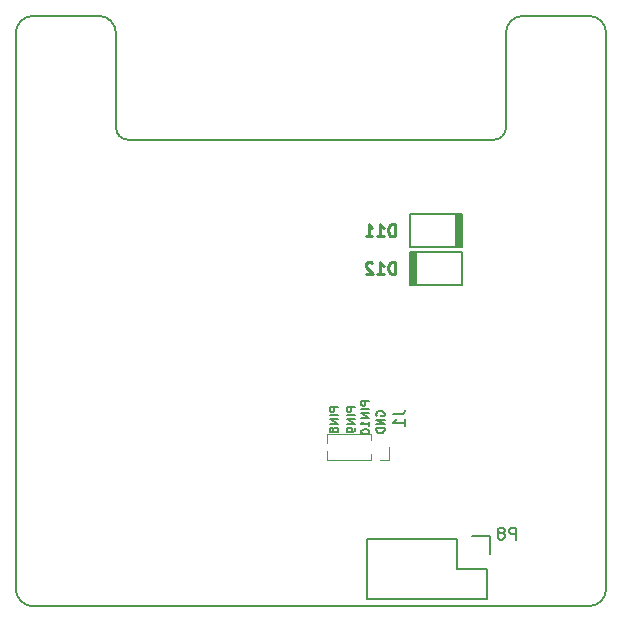
<source format=gbo>
%TF.GenerationSoftware,KiCad,Pcbnew,5.1.10-88a1d61d58~88~ubuntu20.04.1*%
%TF.CreationDate,2021-05-11T00:45:08+02:00*%
%TF.ProjectId,mfx-link2,6d66782d-6c69-46e6-9b32-2e6b69636164,rev?*%
%TF.SameCoordinates,Original*%
%TF.FileFunction,Legend,Bot*%
%TF.FilePolarity,Positive*%
%FSLAX46Y46*%
G04 Gerber Fmt 4.6, Leading zero omitted, Abs format (unit mm)*
G04 Created by KiCad (PCBNEW 5.1.10-88a1d61d58~88~ubuntu20.04.1) date 2021-05-11 00:45:08*
%MOMM*%
%LPD*%
G01*
G04 APERTURE LIST*
%ADD10C,0.175000*%
%TA.AperFunction,Profile*%
%ADD11C,0.150000*%
%TD*%
%ADD12C,0.120000*%
%ADD13C,0.127000*%
%ADD14C,0.150000*%
%ADD15C,0.250000*%
G04 APERTURE END LIST*
D10*
X151008600Y-127711266D02*
X150975266Y-127644600D01*
X150975266Y-127544600D01*
X151008600Y-127444600D01*
X151075266Y-127377933D01*
X151141933Y-127344600D01*
X151275266Y-127311266D01*
X151375266Y-127311266D01*
X151508600Y-127344600D01*
X151575266Y-127377933D01*
X151641933Y-127444600D01*
X151675266Y-127544600D01*
X151675266Y-127611266D01*
X151641933Y-127711266D01*
X151608600Y-127744600D01*
X151375266Y-127744600D01*
X151375266Y-127611266D01*
X151675266Y-128044600D02*
X150975266Y-128044600D01*
X151675266Y-128444600D01*
X150975266Y-128444600D01*
X151675266Y-128777933D02*
X150975266Y-128777933D01*
X150975266Y-128944600D01*
X151008600Y-129044600D01*
X151075266Y-129111266D01*
X151141933Y-129144600D01*
X151275266Y-129177933D01*
X151375266Y-129177933D01*
X151508600Y-129144600D01*
X151575266Y-129111266D01*
X151641933Y-129044600D01*
X151675266Y-128944600D01*
X151675266Y-128777933D01*
X150379866Y-126480266D02*
X149679866Y-126480266D01*
X149679866Y-126746933D01*
X149713200Y-126813600D01*
X149746533Y-126846933D01*
X149813200Y-126880266D01*
X149913200Y-126880266D01*
X149979866Y-126846933D01*
X150013200Y-126813600D01*
X150046533Y-126746933D01*
X150046533Y-126480266D01*
X150379866Y-127180266D02*
X149679866Y-127180266D01*
X150379866Y-127513600D02*
X149679866Y-127513600D01*
X150379866Y-127913600D01*
X149679866Y-127913600D01*
X150379866Y-128613600D02*
X150379866Y-128213600D01*
X150379866Y-128413600D02*
X149679866Y-128413600D01*
X149779866Y-128346933D01*
X149846533Y-128280266D01*
X149879866Y-128213600D01*
X149679866Y-129046933D02*
X149679866Y-129113600D01*
X149713200Y-129180266D01*
X149746533Y-129213600D01*
X149813200Y-129246933D01*
X149946533Y-129280266D01*
X150113200Y-129280266D01*
X150246533Y-129246933D01*
X150313200Y-129213600D01*
X150346533Y-129180266D01*
X150379866Y-129113600D01*
X150379866Y-129046933D01*
X150346533Y-128980266D01*
X150313200Y-128946933D01*
X150246533Y-128913600D01*
X150113200Y-128880266D01*
X149946533Y-128880266D01*
X149813200Y-128913600D01*
X149746533Y-128946933D01*
X149713200Y-128980266D01*
X149679866Y-129046933D01*
X149186066Y-126991400D02*
X148486066Y-126991400D01*
X148486066Y-127258066D01*
X148519400Y-127324733D01*
X148552733Y-127358066D01*
X148619400Y-127391400D01*
X148719400Y-127391400D01*
X148786066Y-127358066D01*
X148819400Y-127324733D01*
X148852733Y-127258066D01*
X148852733Y-126991400D01*
X149186066Y-127691400D02*
X148486066Y-127691400D01*
X149186066Y-128024733D02*
X148486066Y-128024733D01*
X149186066Y-128424733D01*
X148486066Y-128424733D01*
X149186066Y-128791400D02*
X149186066Y-128924733D01*
X149152733Y-128991400D01*
X149119400Y-129024733D01*
X149019400Y-129091400D01*
X148886066Y-129124733D01*
X148619400Y-129124733D01*
X148552733Y-129091400D01*
X148519400Y-129058066D01*
X148486066Y-128991400D01*
X148486066Y-128858066D01*
X148519400Y-128791400D01*
X148552733Y-128758066D01*
X148619400Y-128724733D01*
X148786066Y-128724733D01*
X148852733Y-128758066D01*
X148886066Y-128791400D01*
X148919400Y-128858066D01*
X148919400Y-128991400D01*
X148886066Y-129058066D01*
X148852733Y-129091400D01*
X148786066Y-129124733D01*
X147738266Y-126991400D02*
X147038266Y-126991400D01*
X147038266Y-127258066D01*
X147071600Y-127324733D01*
X147104933Y-127358066D01*
X147171600Y-127391400D01*
X147271600Y-127391400D01*
X147338266Y-127358066D01*
X147371600Y-127324733D01*
X147404933Y-127258066D01*
X147404933Y-126991400D01*
X147738266Y-127691400D02*
X147038266Y-127691400D01*
X147738266Y-128024733D02*
X147038266Y-128024733D01*
X147738266Y-128424733D01*
X147038266Y-128424733D01*
X147338266Y-128858066D02*
X147304933Y-128791400D01*
X147271600Y-128758066D01*
X147204933Y-128724733D01*
X147171600Y-128724733D01*
X147104933Y-128758066D01*
X147071600Y-128791400D01*
X147038266Y-128858066D01*
X147038266Y-128991400D01*
X147071600Y-129058066D01*
X147104933Y-129091400D01*
X147171600Y-129124733D01*
X147204933Y-129124733D01*
X147271600Y-129091400D01*
X147304933Y-129058066D01*
X147338266Y-128991400D01*
X147338266Y-128858066D01*
X147371600Y-128791400D01*
X147404933Y-128758066D01*
X147471600Y-128724733D01*
X147604933Y-128724733D01*
X147671600Y-128758066D01*
X147704933Y-128791400D01*
X147738266Y-128858066D01*
X147738266Y-128991400D01*
X147704933Y-129058066D01*
X147671600Y-129091400D01*
X147604933Y-129124733D01*
X147471600Y-129124733D01*
X147404933Y-129091400D01*
X147371600Y-129058066D01*
X147338266Y-128991400D01*
D11*
X161950000Y-95350000D02*
X161950000Y-103350000D01*
X168950000Y-93850000D02*
X163450000Y-93850000D01*
X127450000Y-93850000D02*
X121950000Y-93850000D01*
X128950000Y-103350000D02*
X128950000Y-95350000D01*
X160950000Y-104350000D02*
X129950000Y-104350000D01*
X160950000Y-104350000D02*
G75*
G03*
X161950000Y-103350000I0J1000000D01*
G01*
X128950000Y-103350000D02*
G75*
G03*
X129950000Y-104350000I1000000J0D01*
G01*
X128950000Y-95350000D02*
G75*
G03*
X127450000Y-93850000I-1500000J0D01*
G01*
X163450000Y-93850000D02*
G75*
G03*
X161950000Y-95350000I0J-1500000D01*
G01*
X120450000Y-95350000D02*
X120450000Y-142350000D01*
X170450000Y-142350000D02*
X170450000Y-95350000D01*
X120450000Y-142350000D02*
G75*
G03*
X121950000Y-143850000I1500000J0D01*
G01*
X168950000Y-143850000D02*
G75*
G03*
X170450000Y-142350000I0J1500000D01*
G01*
X121950000Y-93850000D02*
G75*
G03*
X120450000Y-95350000I0J-1500000D01*
G01*
X170450000Y-95350000D02*
G75*
G03*
X168950000Y-93850000I-1500000J0D01*
G01*
X168950000Y-143850000D02*
X121950000Y-143850000D01*
D12*
%TO.C,J1*%
X152042400Y-131462800D02*
X152042400Y-130352800D01*
X151282400Y-131462800D02*
X152042400Y-131462800D01*
X150522400Y-129789329D02*
X150522400Y-129242800D01*
X150522400Y-131462800D02*
X150522400Y-130916271D01*
X150522400Y-129242800D02*
X146777400Y-129242800D01*
X150522400Y-131462800D02*
X146777400Y-131462800D01*
X146777400Y-130045270D02*
X146777400Y-129242800D01*
X146777400Y-131462800D02*
X146777400Y-130660330D01*
D13*
%TO.C,D11*%
X158158180Y-110665260D02*
X158158180Y-113464340D01*
X158056580Y-113464340D02*
X158056580Y-110665260D01*
X157957520Y-110665260D02*
X157957520Y-113464340D01*
X157858460Y-113464340D02*
X157858460Y-110665260D01*
X157756860Y-113464340D02*
X157756860Y-110665260D01*
X158257240Y-113464340D02*
X153857960Y-113464340D01*
X153857960Y-113464340D02*
X153857960Y-110665260D01*
X153857960Y-110665260D02*
X158257240Y-110665260D01*
X158257240Y-110665260D02*
X158257240Y-113464340D01*
%TO.C,D12*%
X153957020Y-116613940D02*
X153957020Y-113814860D01*
X154058620Y-113814860D02*
X154058620Y-116613940D01*
X154157680Y-116613940D02*
X154157680Y-113814860D01*
X154256740Y-113814860D02*
X154256740Y-116613940D01*
X154358340Y-113814860D02*
X154358340Y-116613940D01*
X153857960Y-113814860D02*
X158257240Y-113814860D01*
X158257240Y-113814860D02*
X158257240Y-116613940D01*
X158257240Y-116613940D02*
X153857960Y-116613940D01*
X153857960Y-116613940D02*
X153857960Y-113814860D01*
D14*
%TO.C,P8*%
X160600000Y-137900000D02*
X160600000Y-139450000D01*
X157780000Y-140720000D02*
X157780000Y-138180000D01*
X160320000Y-140720000D02*
X157780000Y-140720000D01*
X159050000Y-137900000D02*
X160600000Y-137900000D01*
X160320000Y-143260000D02*
X160320000Y-140720000D01*
X150160000Y-143260000D02*
X160320000Y-143260000D01*
X150160000Y-138180000D02*
X150160000Y-143260000D01*
X157780000Y-138180000D02*
X150160000Y-138180000D01*
%TD*%
%TO.C,J1*%
X152369780Y-127586966D02*
X153084066Y-127586966D01*
X153226923Y-127539347D01*
X153322161Y-127444109D01*
X153369780Y-127301252D01*
X153369780Y-127206014D01*
X153369780Y-128586966D02*
X153369780Y-128015538D01*
X153369780Y-128301252D02*
X152369780Y-128301252D01*
X152512638Y-128206014D01*
X152607876Y-128110776D01*
X152655495Y-128015538D01*
%TO.C,D11*%
D15*
X152547485Y-112517180D02*
X152547485Y-111517180D01*
X152309390Y-111517180D01*
X152166533Y-111564800D01*
X152071295Y-111660038D01*
X152023676Y-111755276D01*
X151976057Y-111945752D01*
X151976057Y-112088609D01*
X152023676Y-112279085D01*
X152071295Y-112374323D01*
X152166533Y-112469561D01*
X152309390Y-112517180D01*
X152547485Y-112517180D01*
X151023676Y-112517180D02*
X151595104Y-112517180D01*
X151309390Y-112517180D02*
X151309390Y-111517180D01*
X151404628Y-111660038D01*
X151499866Y-111755276D01*
X151595104Y-111802895D01*
X150071295Y-112517180D02*
X150642723Y-112517180D01*
X150357009Y-112517180D02*
X150357009Y-111517180D01*
X150452247Y-111660038D01*
X150547485Y-111755276D01*
X150642723Y-111802895D01*
%TO.C,D12*%
X152547485Y-115717580D02*
X152547485Y-114717580D01*
X152309390Y-114717580D01*
X152166533Y-114765200D01*
X152071295Y-114860438D01*
X152023676Y-114955676D01*
X151976057Y-115146152D01*
X151976057Y-115289009D01*
X152023676Y-115479485D01*
X152071295Y-115574723D01*
X152166533Y-115669961D01*
X152309390Y-115717580D01*
X152547485Y-115717580D01*
X151023676Y-115717580D02*
X151595104Y-115717580D01*
X151309390Y-115717580D02*
X151309390Y-114717580D01*
X151404628Y-114860438D01*
X151499866Y-114955676D01*
X151595104Y-115003295D01*
X150642723Y-114812819D02*
X150595104Y-114765200D01*
X150499866Y-114717580D01*
X150261771Y-114717580D01*
X150166533Y-114765200D01*
X150118914Y-114812819D01*
X150071295Y-114908057D01*
X150071295Y-115003295D01*
X150118914Y-115146152D01*
X150690342Y-115717580D01*
X150071295Y-115717580D01*
%TO.C,P8*%
D14*
X162788095Y-138202380D02*
X162788095Y-137202380D01*
X162407142Y-137202380D01*
X162311904Y-137250000D01*
X162264285Y-137297619D01*
X162216666Y-137392857D01*
X162216666Y-137535714D01*
X162264285Y-137630952D01*
X162311904Y-137678571D01*
X162407142Y-137726190D01*
X162788095Y-137726190D01*
X161645238Y-137630952D02*
X161740476Y-137583333D01*
X161788095Y-137535714D01*
X161835714Y-137440476D01*
X161835714Y-137392857D01*
X161788095Y-137297619D01*
X161740476Y-137250000D01*
X161645238Y-137202380D01*
X161454761Y-137202380D01*
X161359523Y-137250000D01*
X161311904Y-137297619D01*
X161264285Y-137392857D01*
X161264285Y-137440476D01*
X161311904Y-137535714D01*
X161359523Y-137583333D01*
X161454761Y-137630952D01*
X161645238Y-137630952D01*
X161740476Y-137678571D01*
X161788095Y-137726190D01*
X161835714Y-137821428D01*
X161835714Y-138011904D01*
X161788095Y-138107142D01*
X161740476Y-138154761D01*
X161645238Y-138202380D01*
X161454761Y-138202380D01*
X161359523Y-138154761D01*
X161311904Y-138107142D01*
X161264285Y-138011904D01*
X161264285Y-137821428D01*
X161311904Y-137726190D01*
X161359523Y-137678571D01*
X161454761Y-137630952D01*
%TD*%
M02*

</source>
